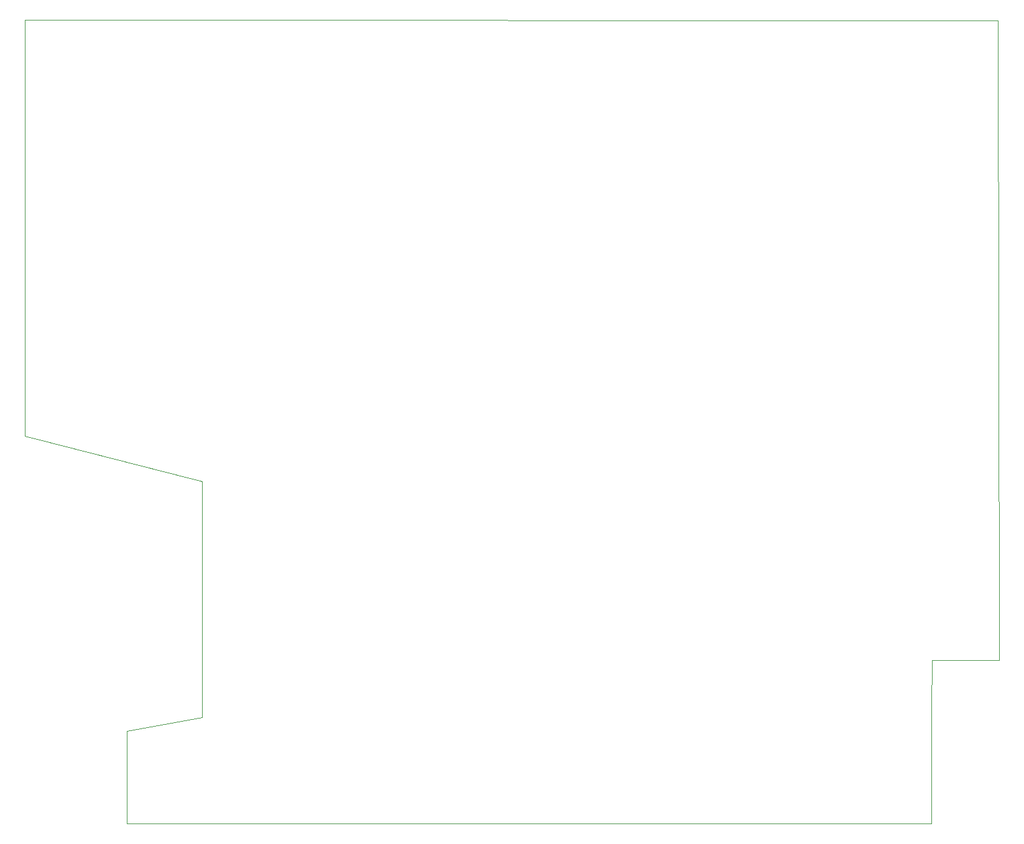
<source format=gbr>
%TF.GenerationSoftware,KiCad,Pcbnew,9.0.2*%
%TF.CreationDate,2026-02-08T20:36:04+01:00*%
%TF.ProjectId,turbokit_replica,74757262-6f6b-4697-945f-7265706c6963,0.1*%
%TF.SameCoordinates,Original*%
%TF.FileFunction,Profile,NP*%
%FSLAX46Y46*%
G04 Gerber Fmt 4.6, Leading zero omitted, Abs format (unit mm)*
G04 Created by KiCad (PCBNEW 9.0.2) date 2026-02-08 20:36:04*
%MOMM*%
%LPD*%
G01*
G04 APERTURE LIST*
%TA.AperFunction,Profile*%
%ADD10C,0.050000*%
%TD*%
G04 APERTURE END LIST*
D10*
X203200000Y-40400000D02*
X203400000Y-127600000D01*
X194200000Y-127600000D01*
X194165000Y-134365000D01*
X194165000Y-149870000D01*
X84600000Y-149870000D01*
X84600000Y-137200000D01*
X94800000Y-135400000D01*
X94800000Y-103200000D01*
X70650000Y-97041311D01*
X70650000Y-40320000D01*
X203200000Y-40400000D01*
M02*

</source>
